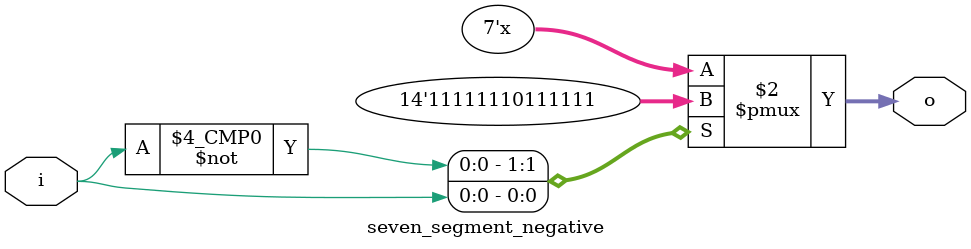
<source format=v>
module seven_segment_negative(i,o);

input i;
output reg [6:0]o; // a, b, c, d, e, f, g

always @(*) begin
    case (i)
	 1'b0: o = 7'b1111111;
	 1'b1: o = 7'b0111111;
	 default: o = 7'b1111111;
	 endcase
	 
end



endmodule
</source>
